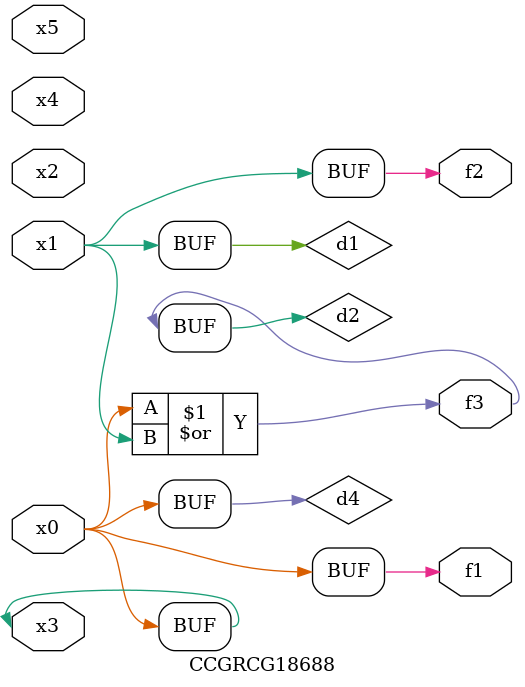
<source format=v>
module CCGRCG18688(
	input x0, x1, x2, x3, x4, x5,
	output f1, f2, f3
);

	wire d1, d2, d3, d4;

	and (d1, x1);
	or (d2, x0, x1);
	nand (d3, x0, x5);
	buf (d4, x0, x3);
	assign f1 = d4;
	assign f2 = d1;
	assign f3 = d2;
endmodule

</source>
